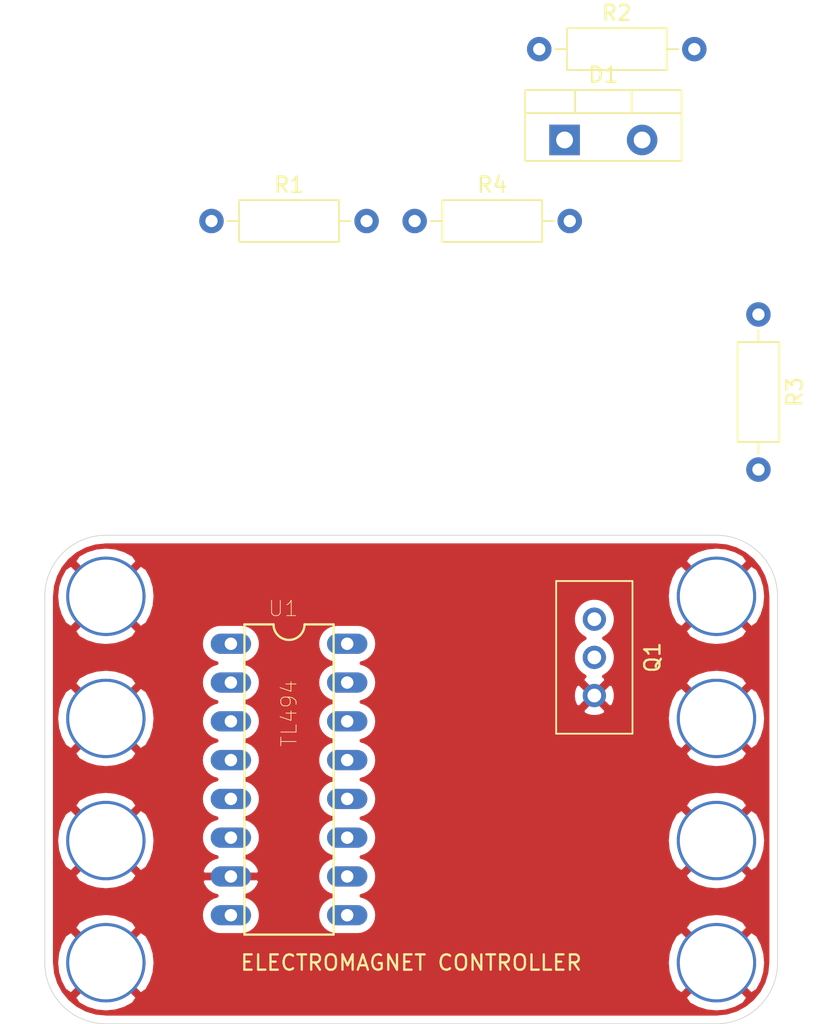
<source format=kicad_pcb>
(kicad_pcb (version 20171130) (host pcbnew "(5.1.4)-1")

  (general
    (thickness 1.6)
    (drawings 9)
    (tracks 0)
    (zones 0)
    (modules 15)
    (nets 22)
  )

  (page A4)
  (layers
    (0 F.Cu signal)
    (31 B.Cu signal)
    (32 B.Adhes user)
    (33 F.Adhes user)
    (34 B.Paste user)
    (35 F.Paste user)
    (36 B.SilkS user)
    (37 F.SilkS user)
    (38 B.Mask user)
    (39 F.Mask user)
    (40 Dwgs.User user)
    (41 Cmts.User user)
    (42 Eco1.User user)
    (43 Eco2.User user)
    (44 Edge.Cuts user)
    (45 Margin user)
    (46 B.CrtYd user)
    (47 F.CrtYd user)
    (48 B.Fab user)
    (49 F.Fab user)
  )

  (setup
    (last_trace_width 0.25)
    (trace_clearance 0.2)
    (zone_clearance 0.508)
    (zone_45_only no)
    (trace_min 0.2)
    (via_size 0.8)
    (via_drill 0.4)
    (via_min_size 0.4)
    (via_min_drill 0.3)
    (uvia_size 0.3)
    (uvia_drill 0.1)
    (uvias_allowed no)
    (uvia_min_size 0.2)
    (uvia_min_drill 0.1)
    (edge_width 0.05)
    (segment_width 0.2)
    (pcb_text_width 0.3)
    (pcb_text_size 1.5 1.5)
    (mod_edge_width 0.12)
    (mod_text_size 1 1)
    (mod_text_width 0.15)
    (pad_size 1.524 1.524)
    (pad_drill 0.762)
    (pad_to_mask_clearance 0.051)
    (solder_mask_min_width 0.25)
    (aux_axis_origin 0 0)
    (visible_elements FFFFFF7F)
    (pcbplotparams
      (layerselection 0x010fc_ffffffff)
      (usegerberextensions false)
      (usegerberattributes false)
      (usegerberadvancedattributes false)
      (creategerberjobfile false)
      (excludeedgelayer true)
      (linewidth 0.100000)
      (plotframeref false)
      (viasonmask false)
      (mode 1)
      (useauxorigin false)
      (hpglpennumber 1)
      (hpglpenspeed 20)
      (hpglpendiameter 15.000000)
      (psnegative false)
      (psa4output false)
      (plotreference true)
      (plotvalue true)
      (plotinvisibletext false)
      (padsonsilk false)
      (subtractmaskfromsilk false)
      (outputformat 1)
      (mirror false)
      (drillshape 1)
      (scaleselection 1)
      (outputdirectory ""))
  )

  (net 0 "")
  (net 1 /R_SENSE_L)
  (net 2 "Net-(D1-Pad1)")
  (net 3 "Net-(Q1-Pad1)")
  (net 4 GND)
  (net 5 "Net-(R1-Pad1)")
  (net 6 "Net-(JP1-Pad2)")
  (net 7 /R_SENSE_H)
  (net 8 "Net-(U1-Pad16)")
  (net 9 "Net-(U1-Pad15)")
  (net 10 "Net-(U1-Pad14)")
  (net 11 "Net-(U1-Pad13)")
  (net 12 VCC)
  (net 13 "Net-(U1-Pad11)")
  (net 14 "Net-(U1-Pad10)")
  (net 15 "Net-(JP1-Pad1)")
  (net 16 "Net-(C1-Pad1)")
  (net 17 "Net-(U1-Pad4)")
  (net 18 "Net-(U1-Pad3)")
  (net 19 "Net-(U1-Pad8)")
  (net 20 /ANLG_L)
  (net 21 /ANLG_H)

  (net_class Default "This is the default net class."
    (clearance 0.2)
    (trace_width 0.25)
    (via_dia 0.8)
    (via_drill 0.4)
    (uvia_dia 0.3)
    (uvia_drill 0.1)
    (add_net /ANLG_H)
    (add_net /ANLG_L)
    (add_net /R_SENSE_H)
    (add_net /R_SENSE_L)
    (add_net GND)
    (add_net "Net-(C1-Pad1)")
    (add_net "Net-(D1-Pad1)")
    (add_net "Net-(JP1-Pad1)")
    (add_net "Net-(JP1-Pad2)")
    (add_net "Net-(Q1-Pad1)")
    (add_net "Net-(R1-Pad1)")
    (add_net "Net-(U1-Pad10)")
    (add_net "Net-(U1-Pad11)")
    (add_net "Net-(U1-Pad13)")
    (add_net "Net-(U1-Pad14)")
    (add_net "Net-(U1-Pad15)")
    (add_net "Net-(U1-Pad16)")
    (add_net "Net-(U1-Pad3)")
    (add_net "Net-(U1-Pad4)")
    (add_net "Net-(U1-Pad8)")
    (add_net VCC)
  )

  (module ElectromagnetLegoLib:LEGO_CONNECTOR_PAD (layer F.Cu) (tedit 5DC35102) (tstamp 5DC39F4A)
    (at 40 0)
    (path /5DC6F8D1)
    (fp_text reference H8 (at 0 0.5) (layer F.SilkS)
      (effects (font (size 1 1) (thickness 0.15)))
    )
    (fp_text value MountingHole_Pad (at 0 -0.5) (layer F.Fab)
      (effects (font (size 1 1) (thickness 0.15)))
    )
    (pad 1 thru_hole circle (at 0 0) (size 5.2 5.2) (drill 4.8) (layers *.Cu *.Mask)
      (net 4 GND))
  )

  (module ElectromagnetLegoLib:LEGO_CONNECTOR_PAD (layer F.Cu) (tedit 5DC35102) (tstamp 5DC39F45)
    (at 40 -8)
    (path /5DC6F8CB)
    (fp_text reference H7 (at 0 0.5) (layer F.SilkS)
      (effects (font (size 1 1) (thickness 0.15)))
    )
    (fp_text value MountingHole_Pad (at 0 -0.5) (layer F.Fab)
      (effects (font (size 1 1) (thickness 0.15)))
    )
    (pad 1 thru_hole circle (at 0 0) (size 5.2 5.2) (drill 4.8) (layers *.Cu *.Mask)
      (net 4 GND))
  )

  (module ElectromagnetLegoLib:LEGO_CONNECTOR_PAD (layer F.Cu) (tedit 5DC35102) (tstamp 5DC39F40)
    (at 40 -24)
    (path /5DC6F08D)
    (fp_text reference H6 (at 0 0.5) (layer F.SilkS)
      (effects (font (size 1 1) (thickness 0.15)))
    )
    (fp_text value MountingHole_Pad (at 0 -0.5) (layer F.Fab)
      (effects (font (size 1 1) (thickness 0.15)))
    )
    (pad 1 thru_hole circle (at 0 0) (size 5.2 5.2) (drill 4.8) (layers *.Cu *.Mask)
      (net 4 GND))
  )

  (module ElectromagnetLegoLib:LEGO_CONNECTOR_PAD (layer F.Cu) (tedit 5DC35102) (tstamp 5DC39F3B)
    (at 40 -16)
    (path /5DC6F087)
    (fp_text reference H5 (at 0 0.5) (layer F.SilkS)
      (effects (font (size 1 1) (thickness 0.15)))
    )
    (fp_text value MountingHole_Pad (at 0 -0.5) (layer F.Fab)
      (effects (font (size 1 1) (thickness 0.15)))
    )
    (pad 1 thru_hole circle (at 0 0) (size 5.2 5.2) (drill 4.8) (layers *.Cu *.Mask)
      (net 4 GND))
  )

  (module ElectromagnetLegoLib:LEGO_CONNECTOR_PAD (layer F.Cu) (tedit 5DC35102) (tstamp 5DC39F36)
    (at 0 0)
    (path /5DC6E897)
    (fp_text reference H4 (at 0 0.5) (layer F.SilkS)
      (effects (font (size 1 1) (thickness 0.15)))
    )
    (fp_text value MountingHole_Pad (at 0 -0.5) (layer F.Fab)
      (effects (font (size 1 1) (thickness 0.15)))
    )
    (pad 1 thru_hole circle (at 0 0) (size 5.2 5.2) (drill 4.8) (layers *.Cu *.Mask)
      (net 4 GND))
  )

  (module ElectromagnetLegoLib:LEGO_CONNECTOR_PAD (layer F.Cu) (tedit 5DC35102) (tstamp 5DC39F31)
    (at 0 -8)
    (path /5DC6E891)
    (fp_text reference H3 (at 0 0.5) (layer F.SilkS)
      (effects (font (size 1 1) (thickness 0.15)))
    )
    (fp_text value MountingHole_Pad (at 0 -0.5) (layer F.Fab)
      (effects (font (size 1 1) (thickness 0.15)))
    )
    (pad 1 thru_hole circle (at 0 0) (size 5.2 5.2) (drill 4.8) (layers *.Cu *.Mask)
      (net 4 GND))
  )

  (module ElectromagnetLegoLib:LEGO_CONNECTOR_PAD (layer F.Cu) (tedit 5DC35102) (tstamp 5DC39F2C)
    (at 0 -16)
    (path /5DC6DFA4)
    (fp_text reference H2 (at 0 0.5) (layer F.SilkS)
      (effects (font (size 1 1) (thickness 0.15)))
    )
    (fp_text value MountingHole_Pad (at 0 -0.5) (layer F.Fab)
      (effects (font (size 1 1) (thickness 0.15)))
    )
    (pad 1 thru_hole circle (at 0 0) (size 5.2 5.2) (drill 4.8) (layers *.Cu *.Mask)
      (net 4 GND))
  )

  (module ElectromagnetLegoLib:LEGO_CONNECTOR_PAD (layer F.Cu) (tedit 5DC35102) (tstamp 5DC39F27)
    (at 0 -24)
    (path /5DC61DD3)
    (fp_text reference H1 (at 0 0.5) (layer F.SilkS)
      (effects (font (size 1 1) (thickness 0.15)))
    )
    (fp_text value MountingHole_Pad (at 0 -0.5) (layer F.Fab)
      (effects (font (size 1 1) (thickness 0.15)))
    )
    (pad 1 thru_hole circle (at 0 0) (size 5.2 5.2) (drill 4.8) (layers *.Cu *.Mask)
      (net 4 GND))
  )

  (module ElectromagnetLegoLib:TL494 (layer F.Cu) (tedit 0) (tstamp 5DC399F3)
    (at 12 -12 270)
    (descr "<b>Dual In Line Package</b>")
    (path /5DC4068A)
    (fp_text reference U1 (at -11.196 0.38168) (layer F.SilkS)
      (effects (font (size 1.0018 1.0018) (thickness 0.05)))
    )
    (fp_text value TL494 (at -4.3253 0.000002 90) (layer F.SilkS)
      (effects (font (size 1.00169 1.00169) (thickness 0.05)))
    )
    (fp_arc (start -10.16 0) (end -10.16 1.016) (angle -180) (layer F.SilkS) (width 0.1524))
    (fp_line (start -10.16 2.921) (end -10.16 1.016) (layer F.SilkS) (width 0.1524))
    (fp_line (start -10.16 -2.921) (end -10.16 -1.016) (layer F.SilkS) (width 0.1524))
    (fp_line (start 10.16 -2.921) (end 10.16 2.921) (layer F.SilkS) (width 0.1524))
    (fp_line (start -10.16 2.921) (end 10.16 2.921) (layer F.SilkS) (width 0.1524))
    (fp_line (start 10.16 -2.921) (end -10.16 -2.921) (layer F.SilkS) (width 0.1524))
    (pad 16 thru_hole oval (at -8.89 -3.81) (size 2.6416 1.3208) (drill 0.8128) (layers *.Cu *.Mask)
      (net 8 "Net-(U1-Pad16)"))
    (pad 15 thru_hole oval (at -6.35 -3.81) (size 2.6416 1.3208) (drill 0.8128) (layers *.Cu *.Mask)
      (net 9 "Net-(U1-Pad15)"))
    (pad 14 thru_hole oval (at -3.81 -3.81) (size 2.6416 1.3208) (drill 0.8128) (layers *.Cu *.Mask)
      (net 10 "Net-(U1-Pad14)"))
    (pad 13 thru_hole oval (at -1.27 -3.81) (size 2.6416 1.3208) (drill 0.8128) (layers *.Cu *.Mask)
      (net 11 "Net-(U1-Pad13)"))
    (pad 12 thru_hole oval (at 1.27 -3.81) (size 2.6416 1.3208) (drill 0.8128) (layers *.Cu *.Mask)
      (net 12 VCC))
    (pad 11 thru_hole oval (at 3.81 -3.81) (size 2.6416 1.3208) (drill 0.8128) (layers *.Cu *.Mask)
      (net 13 "Net-(U1-Pad11)"))
    (pad 10 thru_hole oval (at 6.35 -3.81) (size 2.6416 1.3208) (drill 0.8128) (layers *.Cu *.Mask)
      (net 14 "Net-(U1-Pad10)"))
    (pad 9 thru_hole oval (at 8.89 -3.81) (size 2.6416 1.3208) (drill 0.8128) (layers *.Cu *.Mask)
      (net 15 "Net-(JP1-Pad1)"))
    (pad 5 thru_hole oval (at 1.27 3.81) (size 2.6416 1.3208) (drill 0.8128) (layers *.Cu *.Mask)
      (net 16 "Net-(C1-Pad1)"))
    (pad 6 thru_hole oval (at 3.81 3.81) (size 2.6416 1.3208) (drill 0.8128) (layers *.Cu *.Mask)
      (net 5 "Net-(R1-Pad1)"))
    (pad 4 thru_hole oval (at -1.27 3.81) (size 2.6416 1.3208) (drill 0.8128) (layers *.Cu *.Mask)
      (net 17 "Net-(U1-Pad4)"))
    (pad 3 thru_hole oval (at -3.81 3.81) (size 2.6416 1.3208) (drill 0.8128) (layers *.Cu *.Mask)
      (net 18 "Net-(U1-Pad3)"))
    (pad 8 thru_hole oval (at 8.89 3.81) (size 2.6416 1.3208) (drill 0.8128) (layers *.Cu *.Mask)
      (net 19 "Net-(U1-Pad8)"))
    (pad 7 thru_hole oval (at 6.35 3.81) (size 2.6416 1.3208) (drill 0.8128) (layers *.Cu *.Mask)
      (net 4 GND))
    (pad 2 thru_hole oval (at -6.35 3.81) (size 2.6416 1.3208) (drill 0.8128) (layers *.Cu *.Mask)
      (net 20 /ANLG_L))
    (pad 1 thru_hole oval (at -8.89 3.81) (size 2.6416 1.3208) (drill 0.8128) (layers *.Cu *.Mask)
      (net 21 /ANLG_H))
  )

  (module Resistor_THT:R_Axial_DIN0207_L6.3mm_D2.5mm_P10.16mm_Horizontal (layer F.Cu) (tedit 5AE5139B) (tstamp 5DC399D9)
    (at 20.23 -48.58)
    (descr "Resistor, Axial_DIN0207 series, Axial, Horizontal, pin pitch=10.16mm, 0.25W = 1/4W, length*diameter=6.3*2.5mm^2, http://cdn-reichelt.de/documents/datenblatt/B400/1_4W%23YAG.pdf")
    (tags "Resistor Axial_DIN0207 series Axial Horizontal pin pitch 10.16mm 0.25W = 1/4W length 6.3mm diameter 2.5mm")
    (path /5DC4CE1B)
    (fp_text reference R4 (at 5.08 -2.37) (layer F.SilkS)
      (effects (font (size 1 1) (thickness 0.15)))
    )
    (fp_text value R (at 5.08 2.37) (layer F.Fab)
      (effects (font (size 1 1) (thickness 0.15)))
    )
    (fp_text user %R (at 5.08 0) (layer F.Fab)
      (effects (font (size 1 1) (thickness 0.15)))
    )
    (fp_line (start 11.21 -1.5) (end -1.05 -1.5) (layer F.CrtYd) (width 0.05))
    (fp_line (start 11.21 1.5) (end 11.21 -1.5) (layer F.CrtYd) (width 0.05))
    (fp_line (start -1.05 1.5) (end 11.21 1.5) (layer F.CrtYd) (width 0.05))
    (fp_line (start -1.05 -1.5) (end -1.05 1.5) (layer F.CrtYd) (width 0.05))
    (fp_line (start 9.12 0) (end 8.35 0) (layer F.SilkS) (width 0.12))
    (fp_line (start 1.04 0) (end 1.81 0) (layer F.SilkS) (width 0.12))
    (fp_line (start 8.35 -1.37) (end 1.81 -1.37) (layer F.SilkS) (width 0.12))
    (fp_line (start 8.35 1.37) (end 8.35 -1.37) (layer F.SilkS) (width 0.12))
    (fp_line (start 1.81 1.37) (end 8.35 1.37) (layer F.SilkS) (width 0.12))
    (fp_line (start 1.81 -1.37) (end 1.81 1.37) (layer F.SilkS) (width 0.12))
    (fp_line (start 10.16 0) (end 8.23 0) (layer F.Fab) (width 0.1))
    (fp_line (start 0 0) (end 1.93 0) (layer F.Fab) (width 0.1))
    (fp_line (start 8.23 -1.25) (end 1.93 -1.25) (layer F.Fab) (width 0.1))
    (fp_line (start 8.23 1.25) (end 8.23 -1.25) (layer F.Fab) (width 0.1))
    (fp_line (start 1.93 1.25) (end 8.23 1.25) (layer F.Fab) (width 0.1))
    (fp_line (start 1.93 -1.25) (end 1.93 1.25) (layer F.Fab) (width 0.1))
    (pad 2 thru_hole oval (at 10.16 0) (size 1.6 1.6) (drill 0.8) (layers *.Cu *.Mask)
      (net 7 /R_SENSE_H))
    (pad 1 thru_hole circle (at 0 0) (size 1.6 1.6) (drill 0.8) (layers *.Cu *.Mask)
      (net 1 /R_SENSE_L))
    (model ${KISYS3DMOD}/Resistor_THT.3dshapes/R_Axial_DIN0207_L6.3mm_D2.5mm_P10.16mm_Horizontal.wrl
      (at (xyz 0 0 0))
      (scale (xyz 1 1 1))
      (rotate (xyz 0 0 0))
    )
  )

  (module Resistor_THT:R_Axial_DIN0207_L6.3mm_D2.5mm_P10.16mm_Horizontal (layer F.Cu) (tedit 5AE5139B) (tstamp 5DC399C2)
    (at 42.75 -42.46 270)
    (descr "Resistor, Axial_DIN0207 series, Axial, Horizontal, pin pitch=10.16mm, 0.25W = 1/4W, length*diameter=6.3*2.5mm^2, http://cdn-reichelt.de/documents/datenblatt/B400/1_4W%23YAG.pdf")
    (tags "Resistor Axial_DIN0207 series Axial Horizontal pin pitch 10.16mm 0.25W = 1/4W length 6.3mm diameter 2.5mm")
    (path /5DC399F7)
    (fp_text reference R3 (at 5.08 -2.37 90) (layer F.SilkS)
      (effects (font (size 1 1) (thickness 0.15)))
    )
    (fp_text value R (at 5.08 2.37 90) (layer F.Fab)
      (effects (font (size 1 1) (thickness 0.15)))
    )
    (fp_text user %R (at 5.08 0 90) (layer F.Fab)
      (effects (font (size 1 1) (thickness 0.15)))
    )
    (fp_line (start 11.21 -1.5) (end -1.05 -1.5) (layer F.CrtYd) (width 0.05))
    (fp_line (start 11.21 1.5) (end 11.21 -1.5) (layer F.CrtYd) (width 0.05))
    (fp_line (start -1.05 1.5) (end 11.21 1.5) (layer F.CrtYd) (width 0.05))
    (fp_line (start -1.05 -1.5) (end -1.05 1.5) (layer F.CrtYd) (width 0.05))
    (fp_line (start 9.12 0) (end 8.35 0) (layer F.SilkS) (width 0.12))
    (fp_line (start 1.04 0) (end 1.81 0) (layer F.SilkS) (width 0.12))
    (fp_line (start 8.35 -1.37) (end 1.81 -1.37) (layer F.SilkS) (width 0.12))
    (fp_line (start 8.35 1.37) (end 8.35 -1.37) (layer F.SilkS) (width 0.12))
    (fp_line (start 1.81 1.37) (end 8.35 1.37) (layer F.SilkS) (width 0.12))
    (fp_line (start 1.81 -1.37) (end 1.81 1.37) (layer F.SilkS) (width 0.12))
    (fp_line (start 10.16 0) (end 8.23 0) (layer F.Fab) (width 0.1))
    (fp_line (start 0 0) (end 1.93 0) (layer F.Fab) (width 0.1))
    (fp_line (start 8.23 -1.25) (end 1.93 -1.25) (layer F.Fab) (width 0.1))
    (fp_line (start 8.23 1.25) (end 8.23 -1.25) (layer F.Fab) (width 0.1))
    (fp_line (start 1.93 1.25) (end 8.23 1.25) (layer F.Fab) (width 0.1))
    (fp_line (start 1.93 -1.25) (end 1.93 1.25) (layer F.Fab) (width 0.1))
    (pad 2 thru_hole oval (at 10.16 0 270) (size 1.6 1.6) (drill 0.8) (layers *.Cu *.Mask)
      (net 6 "Net-(JP1-Pad2)"))
    (pad 1 thru_hole circle (at 0 0 270) (size 1.6 1.6) (drill 0.8) (layers *.Cu *.Mask)
      (net 3 "Net-(Q1-Pad1)"))
    (model ${KISYS3DMOD}/Resistor_THT.3dshapes/R_Axial_DIN0207_L6.3mm_D2.5mm_P10.16mm_Horizontal.wrl
      (at (xyz 0 0 0))
      (scale (xyz 1 1 1))
      (rotate (xyz 0 0 0))
    )
  )

  (module Resistor_THT:R_Axial_DIN0207_L6.3mm_D2.5mm_P10.16mm_Horizontal (layer F.Cu) (tedit 5AE5139B) (tstamp 5DC399AB)
    (at 28.39 -59.84)
    (descr "Resistor, Axial_DIN0207 series, Axial, Horizontal, pin pitch=10.16mm, 0.25W = 1/4W, length*diameter=6.3*2.5mm^2, http://cdn-reichelt.de/documents/datenblatt/B400/1_4W%23YAG.pdf")
    (tags "Resistor Axial_DIN0207 series Axial Horizontal pin pitch 10.16mm 0.25W = 1/4W length 6.3mm diameter 2.5mm")
    (path /5DC3A4F8)
    (fp_text reference R2 (at 5.08 -2.37) (layer F.SilkS)
      (effects (font (size 1 1) (thickness 0.15)))
    )
    (fp_text value R (at 5.08 2.37) (layer F.Fab)
      (effects (font (size 1 1) (thickness 0.15)))
    )
    (fp_text user %R (at 5.08 0) (layer F.Fab)
      (effects (font (size 1 1) (thickness 0.15)))
    )
    (fp_line (start 11.21 -1.5) (end -1.05 -1.5) (layer F.CrtYd) (width 0.05))
    (fp_line (start 11.21 1.5) (end 11.21 -1.5) (layer F.CrtYd) (width 0.05))
    (fp_line (start -1.05 1.5) (end 11.21 1.5) (layer F.CrtYd) (width 0.05))
    (fp_line (start -1.05 -1.5) (end -1.05 1.5) (layer F.CrtYd) (width 0.05))
    (fp_line (start 9.12 0) (end 8.35 0) (layer F.SilkS) (width 0.12))
    (fp_line (start 1.04 0) (end 1.81 0) (layer F.SilkS) (width 0.12))
    (fp_line (start 8.35 -1.37) (end 1.81 -1.37) (layer F.SilkS) (width 0.12))
    (fp_line (start 8.35 1.37) (end 8.35 -1.37) (layer F.SilkS) (width 0.12))
    (fp_line (start 1.81 1.37) (end 8.35 1.37) (layer F.SilkS) (width 0.12))
    (fp_line (start 1.81 -1.37) (end 1.81 1.37) (layer F.SilkS) (width 0.12))
    (fp_line (start 10.16 0) (end 8.23 0) (layer F.Fab) (width 0.1))
    (fp_line (start 0 0) (end 1.93 0) (layer F.Fab) (width 0.1))
    (fp_line (start 8.23 -1.25) (end 1.93 -1.25) (layer F.Fab) (width 0.1))
    (fp_line (start 8.23 1.25) (end 8.23 -1.25) (layer F.Fab) (width 0.1))
    (fp_line (start 1.93 1.25) (end 8.23 1.25) (layer F.Fab) (width 0.1))
    (fp_line (start 1.93 -1.25) (end 1.93 1.25) (layer F.Fab) (width 0.1))
    (pad 2 thru_hole oval (at 10.16 0) (size 1.6 1.6) (drill 0.8) (layers *.Cu *.Mask)
      (net 4 GND))
    (pad 1 thru_hole circle (at 0 0) (size 1.6 1.6) (drill 0.8) (layers *.Cu *.Mask)
      (net 6 "Net-(JP1-Pad2)"))
    (model ${KISYS3DMOD}/Resistor_THT.3dshapes/R_Axial_DIN0207_L6.3mm_D2.5mm_P10.16mm_Horizontal.wrl
      (at (xyz 0 0 0))
      (scale (xyz 1 1 1))
      (rotate (xyz 0 0 0))
    )
  )

  (module Resistor_THT:R_Axial_DIN0207_L6.3mm_D2.5mm_P10.16mm_Horizontal (layer F.Cu) (tedit 5AE5139B) (tstamp 5DC39994)
    (at 6.92 -48.58)
    (descr "Resistor, Axial_DIN0207 series, Axial, Horizontal, pin pitch=10.16mm, 0.25W = 1/4W, length*diameter=6.3*2.5mm^2, http://cdn-reichelt.de/documents/datenblatt/B400/1_4W%23YAG.pdf")
    (tags "Resistor Axial_DIN0207 series Axial Horizontal pin pitch 10.16mm 0.25W = 1/4W length 6.3mm diameter 2.5mm")
    (path /5DC4A5D5)
    (fp_text reference R1 (at 5.08 -2.37) (layer F.SilkS)
      (effects (font (size 1 1) (thickness 0.15)))
    )
    (fp_text value R (at 5.08 2.37) (layer F.Fab)
      (effects (font (size 1 1) (thickness 0.15)))
    )
    (fp_text user %R (at 5.08 0) (layer F.Fab)
      (effects (font (size 1 1) (thickness 0.15)))
    )
    (fp_line (start 11.21 -1.5) (end -1.05 -1.5) (layer F.CrtYd) (width 0.05))
    (fp_line (start 11.21 1.5) (end 11.21 -1.5) (layer F.CrtYd) (width 0.05))
    (fp_line (start -1.05 1.5) (end 11.21 1.5) (layer F.CrtYd) (width 0.05))
    (fp_line (start -1.05 -1.5) (end -1.05 1.5) (layer F.CrtYd) (width 0.05))
    (fp_line (start 9.12 0) (end 8.35 0) (layer F.SilkS) (width 0.12))
    (fp_line (start 1.04 0) (end 1.81 0) (layer F.SilkS) (width 0.12))
    (fp_line (start 8.35 -1.37) (end 1.81 -1.37) (layer F.SilkS) (width 0.12))
    (fp_line (start 8.35 1.37) (end 8.35 -1.37) (layer F.SilkS) (width 0.12))
    (fp_line (start 1.81 1.37) (end 8.35 1.37) (layer F.SilkS) (width 0.12))
    (fp_line (start 1.81 -1.37) (end 1.81 1.37) (layer F.SilkS) (width 0.12))
    (fp_line (start 10.16 0) (end 8.23 0) (layer F.Fab) (width 0.1))
    (fp_line (start 0 0) (end 1.93 0) (layer F.Fab) (width 0.1))
    (fp_line (start 8.23 -1.25) (end 1.93 -1.25) (layer F.Fab) (width 0.1))
    (fp_line (start 8.23 1.25) (end 8.23 -1.25) (layer F.Fab) (width 0.1))
    (fp_line (start 1.93 1.25) (end 8.23 1.25) (layer F.Fab) (width 0.1))
    (fp_line (start 1.93 -1.25) (end 1.93 1.25) (layer F.Fab) (width 0.1))
    (pad 2 thru_hole oval (at 10.16 0) (size 1.6 1.6) (drill 0.8) (layers *.Cu *.Mask)
      (net 4 GND))
    (pad 1 thru_hole circle (at 0 0) (size 1.6 1.6) (drill 0.8) (layers *.Cu *.Mask)
      (net 5 "Net-(R1-Pad1)"))
    (model ${KISYS3DMOD}/Resistor_THT.3dshapes/R_Axial_DIN0207_L6.3mm_D2.5mm_P10.16mm_Horizontal.wrl
      (at (xyz 0 0 0))
      (scale (xyz 1 1 1))
      (rotate (xyz 0 0 0))
    )
  )

  (module ElectromagnetLegoLib:IPP052NE7N3 (layer F.Cu) (tedit 5DC33CF9) (tstamp 5DC3997D)
    (at 32 -20 270)
    (path /5DC379C9)
    (fp_text reference Q1 (at 0 -3.81 90) (layer F.SilkS)
      (effects (font (size 1 1) (thickness 0.15)))
    )
    (fp_text value IPP052NE7N3 (at 0 3.81 90) (layer F.Fab)
      (effects (font (size 1 1) (thickness 0.15)))
    )
    (fp_line (start -5 -2.5) (end -5 2.5) (layer F.SilkS) (width 0.12))
    (fp_line (start -5 2.5) (end 5 2.5) (layer F.SilkS) (width 0.12))
    (fp_line (start 5 2.5) (end 5 -2.5) (layer F.SilkS) (width 0.12))
    (fp_line (start 5 -2.5) (end -5 -2.5) (layer F.SilkS) (width 0.12))
    (pad 1 thru_hole circle (at -2.5 0 270) (size 1.524 1.524) (drill 0.9) (layers *.Cu *.Mask)
      (net 3 "Net-(Q1-Pad1)"))
    (pad 2 thru_hole circle (at 0 0 270) (size 1.524 1.524) (drill 0.9) (layers *.Cu *.Mask)
      (net 1 /R_SENSE_L))
    (pad 3 thru_hole circle (at 2.5 0 270) (size 1.524 1.524) (drill 0.9) (layers *.Cu *.Mask)
      (net 4 GND))
  )

  (module Package_TO_SOT_THT:TO-220-2_Vertical (layer F.Cu) (tedit 5AC8BA0D) (tstamp 5DC39972)
    (at 30.05 -53.89)
    (descr "TO-220-2, Vertical, RM 5.08mm, see https://www.centralsemi.com/PDFS/CASE/TO-220-2PD.PDF")
    (tags "TO-220-2 Vertical RM 5.08mm")
    (path /5DC3BF32)
    (fp_text reference D1 (at 2.54 -4.27) (layer F.SilkS)
      (effects (font (size 1 1) (thickness 0.15)))
    )
    (fp_text value MBR735 (at 2.54 2.5) (layer F.Fab)
      (effects (font (size 1 1) (thickness 0.15)))
    )
    (fp_text user %R (at 2.54 -4.27) (layer F.Fab)
      (effects (font (size 1 1) (thickness 0.15)))
    )
    (fp_line (start 7.79 -3.4) (end -2.71 -3.4) (layer F.CrtYd) (width 0.05))
    (fp_line (start 7.79 1.51) (end 7.79 -3.4) (layer F.CrtYd) (width 0.05))
    (fp_line (start -2.71 1.51) (end 7.79 1.51) (layer F.CrtYd) (width 0.05))
    (fp_line (start -2.71 -3.4) (end -2.71 1.51) (layer F.CrtYd) (width 0.05))
    (fp_line (start 4.391 -3.27) (end 4.391 -1.76) (layer F.SilkS) (width 0.12))
    (fp_line (start 0.69 -3.27) (end 0.69 -1.76) (layer F.SilkS) (width 0.12))
    (fp_line (start -2.58 -1.76) (end 7.66 -1.76) (layer F.SilkS) (width 0.12))
    (fp_line (start 7.66 -3.27) (end 7.66 1.371) (layer F.SilkS) (width 0.12))
    (fp_line (start -2.58 -3.27) (end -2.58 1.371) (layer F.SilkS) (width 0.12))
    (fp_line (start -2.58 1.371) (end 7.66 1.371) (layer F.SilkS) (width 0.12))
    (fp_line (start -2.58 -3.27) (end 7.66 -3.27) (layer F.SilkS) (width 0.12))
    (fp_line (start 4.39 -3.15) (end 4.39 -1.88) (layer F.Fab) (width 0.1))
    (fp_line (start 0.69 -3.15) (end 0.69 -1.88) (layer F.Fab) (width 0.1))
    (fp_line (start -2.46 -1.88) (end 7.54 -1.88) (layer F.Fab) (width 0.1))
    (fp_line (start 7.54 -3.15) (end -2.46 -3.15) (layer F.Fab) (width 0.1))
    (fp_line (start 7.54 1.25) (end 7.54 -3.15) (layer F.Fab) (width 0.1))
    (fp_line (start -2.46 1.25) (end 7.54 1.25) (layer F.Fab) (width 0.1))
    (fp_line (start -2.46 -3.15) (end -2.46 1.25) (layer F.Fab) (width 0.1))
    (pad 2 thru_hole oval (at 5.08 0) (size 2 2) (drill 1.1) (layers *.Cu *.Mask)
      (net 1 /R_SENSE_L))
    (pad 1 thru_hole rect (at 0 0) (size 2 2) (drill 1.1) (layers *.Cu *.Mask)
      (net 2 "Net-(D1-Pad1)"))
    (model ${KISYS3DMOD}/Package_TO_SOT_THT.3dshapes/TO-220-2_Vertical.wrl
      (at (xyz 0 0 0))
      (scale (xyz 1 1 1))
      (rotate (xyz 0 0 0))
    )
  )

  (gr_text "ELECTROMAGNET CONTROLLER" (at 20 0) (layer F.SilkS)
    (effects (font (size 1 1) (thickness 0.15)))
  )
  (gr_arc (start 40 -24) (end 44 -24) (angle -90) (layer Edge.Cuts) (width 0.05))
  (gr_arc (start 40 0) (end 40 4) (angle -90) (layer Edge.Cuts) (width 0.05))
  (gr_arc (start 0 0) (end -4 0) (angle -90) (layer Edge.Cuts) (width 0.05))
  (gr_arc (start 0 -24) (end 0 -28) (angle -90) (layer Edge.Cuts) (width 0.05))
  (gr_line (start -4 0) (end -4 -24) (layer Edge.Cuts) (width 0.05))
  (gr_line (start 40 4) (end 0 4) (layer Edge.Cuts) (width 0.05))
  (gr_line (start 44 -24) (end 44 0) (layer Edge.Cuts) (width 0.05))
  (gr_line (start 0 -28) (end 40 -28) (layer Edge.Cuts) (width 0.05))

  (zone (net 4) (net_name GND) (layer F.Cu) (tstamp 0) (hatch edge 0.508)
    (connect_pads (clearance 0.508))
    (min_thickness 0.254)
    (fill yes (arc_segments 32) (thermal_gap 0.508) (thermal_bridge_width 0.508))
    (polygon
      (pts
        (xy -4 -28) (xy -4 4) (xy 44 4) (xy 44 -28)
      )
    )
    (filled_polygon
      (pts
        (xy 40.648126 -27.273286) (xy 41.271572 -27.085057) (xy 41.846579 -26.779319) (xy 42.351247 -26.367721) (xy 42.766362 -25.865933)
        (xy 43.076105 -25.293076) (xy 43.268682 -24.670961) (xy 43.34 -23.992416) (xy 43.340001 -0.032289) (xy 43.273286 0.648126)
        (xy 43.085057 1.27157) (xy 42.779323 1.846573) (xy 42.367721 2.351248) (xy 41.865933 2.766362) (xy 41.293077 3.076104)
        (xy 40.670961 3.268682) (xy 39.992417 3.34) (xy 0.032279 3.34) (xy -0.648126 3.273286) (xy -1.27157 3.085057)
        (xy -1.846573 2.779323) (xy -2.351248 2.367721) (xy -2.428562 2.274263) (xy -2.094658 2.274263) (xy -1.806482 2.702474)
        (xy -1.244545 3.002974) (xy -0.63478 3.188071) (xy -0.000622 3.250653) (xy 0.633561 3.188314) (xy 1.243397 3.003449)
        (xy 1.805449 2.703164) (xy 1.806482 2.702474) (xy 2.094658 2.274263) (xy 37.905342 2.274263) (xy 38.193518 2.702474)
        (xy 38.755455 3.002974) (xy 39.36522 3.188071) (xy 39.999378 3.250653) (xy 40.633561 3.188314) (xy 41.243397 3.003449)
        (xy 41.805449 2.703164) (xy 41.806482 2.702474) (xy 42.094658 2.274263) (xy 40 0.179605) (xy 37.905342 2.274263)
        (xy 2.094658 2.274263) (xy 0 0.179605) (xy -2.094658 2.274263) (xy -2.428562 2.274263) (xy -2.766362 1.865933)
        (xy -3.076104 1.293077) (xy -3.268682 0.670961) (xy -3.339268 -0.000622) (xy -3.250653 -0.000622) (xy -3.188314 0.633561)
        (xy -3.003449 1.243397) (xy -2.703164 1.805449) (xy -2.702474 1.806482) (xy -2.274263 2.094658) (xy -0.179605 0)
        (xy 0.179605 0) (xy 2.274263 2.094658) (xy 2.702474 1.806482) (xy 3.002974 1.244545) (xy 3.188071 0.63478)
        (xy 3.250653 0.000622) (xy 3.250531 -0.000622) (xy 36.749347 -0.000622) (xy 36.811686 0.633561) (xy 36.996551 1.243397)
        (xy 37.296836 1.805449) (xy 37.297526 1.806482) (xy 37.725737 2.094658) (xy 39.820395 0) (xy 40.179605 0)
        (xy 42.274263 2.094658) (xy 42.702474 1.806482) (xy 43.002974 1.244545) (xy 43.188071 0.63478) (xy 43.250653 0.000622)
        (xy 43.188314 -0.633561) (xy 43.003449 -1.243397) (xy 42.703164 -1.805449) (xy 42.702474 -1.806482) (xy 42.274263 -2.094658)
        (xy 40.179605 0) (xy 39.820395 0) (xy 37.725737 -2.094658) (xy 37.297526 -1.806482) (xy 36.997026 -1.244545)
        (xy 36.811929 -0.63478) (xy 36.749347 -0.000622) (xy 3.250531 -0.000622) (xy 3.188314 -0.633561) (xy 3.003449 -1.243397)
        (xy 2.703164 -1.805449) (xy 2.702474 -1.806482) (xy 2.274263 -2.094658) (xy 0.179605 0) (xy -0.179605 0)
        (xy -2.274263 -2.094658) (xy -2.702474 -1.806482) (xy -3.002974 -1.244545) (xy -3.188071 -0.63478) (xy -3.250653 -0.000622)
        (xy -3.339268 -0.000622) (xy -3.34 -0.007583) (xy -3.34 -2.274263) (xy -2.094658 -2.274263) (xy 0 -0.179605)
        (xy 2.094658 -2.274263) (xy 1.806482 -2.702474) (xy 1.244545 -3.002974) (xy 0.89197 -3.11) (xy 6.227933 -3.11)
        (xy 6.252944 -2.856057) (xy 6.327017 -2.611874) (xy 6.447303 -2.386833) (xy 6.609182 -2.189582) (xy 6.806433 -2.027703)
        (xy 7.031474 -1.907417) (xy 7.275657 -1.833344) (xy 7.46597 -1.8146) (xy 8.91403 -1.8146) (xy 9.104343 -1.833344)
        (xy 9.348526 -1.907417) (xy 9.573567 -2.027703) (xy 9.770818 -2.189582) (xy 9.932697 -2.386833) (xy 10.052983 -2.611874)
        (xy 10.127056 -2.856057) (xy 10.152067 -3.11) (xy 10.127056 -3.363943) (xy 10.052983 -3.608126) (xy 9.932697 -3.833167)
        (xy 9.770818 -4.030418) (xy 9.573567 -4.192297) (xy 9.348526 -4.312583) (xy 9.118023 -4.382506) (xy 9.22768 -4.404267)
        (xy 9.463461 -4.501807) (xy 9.675683 -4.643471) (xy 9.856189 -4.823816) (xy 9.998044 -5.035911) (xy 10.095795 -5.271605)
        (xy 10.10382 -5.322895) (xy 9.979933 -5.523) (xy 8.317 -5.523) (xy 8.317 -5.503) (xy 8.063 -5.503)
        (xy 8.063 -5.523) (xy 6.400067 -5.523) (xy 6.27618 -5.322895) (xy 6.284205 -5.271605) (xy 6.381956 -5.035911)
        (xy 6.523811 -4.823816) (xy 6.704317 -4.643471) (xy 6.916539 -4.501807) (xy 7.15232 -4.404267) (xy 7.261977 -4.382506)
        (xy 7.031474 -4.312583) (xy 6.806433 -4.192297) (xy 6.609182 -4.030418) (xy 6.447303 -3.833167) (xy 6.327017 -3.608126)
        (xy 6.252944 -3.363943) (xy 6.227933 -3.11) (xy 0.89197 -3.11) (xy 0.63478 -3.188071) (xy 0.000622 -3.250653)
        (xy -0.633561 -3.188314) (xy -1.243397 -3.003449) (xy -1.805449 -2.703164) (xy -1.806482 -2.702474) (xy -2.094658 -2.274263)
        (xy -3.34 -2.274263) (xy -3.34 -5.725737) (xy -2.094658 -5.725737) (xy -1.806482 -5.297526) (xy -1.244545 -4.997026)
        (xy -0.63478 -4.811929) (xy -0.000622 -4.749347) (xy 0.633561 -4.811686) (xy 1.243397 -4.996551) (xy 1.805449 -5.296836)
        (xy 1.806482 -5.297526) (xy 2.094658 -5.725737) (xy 0 -7.820395) (xy -2.094658 -5.725737) (xy -3.34 -5.725737)
        (xy -3.34 -8.000622) (xy -3.250653 -8.000622) (xy -3.188314 -7.366439) (xy -3.003449 -6.756603) (xy -2.703164 -6.194551)
        (xy -2.702474 -6.193518) (xy -2.274263 -5.905342) (xy -0.179605 -8) (xy 0.179605 -8) (xy 2.274263 -5.905342)
        (xy 2.702474 -6.193518) (xy 3.002974 -6.755455) (xy 3.188071 -7.36522) (xy 3.250653 -7.999378) (xy 3.188314 -8.633561)
        (xy 3.003449 -9.243397) (xy 2.703164 -9.805449) (xy 2.702474 -9.806482) (xy 2.274263 -10.094658) (xy 0.179605 -8)
        (xy -0.179605 -8) (xy -2.274263 -10.094658) (xy -2.702474 -9.806482) (xy -3.002974 -9.244545) (xy -3.188071 -8.63478)
        (xy -3.250653 -8.000622) (xy -3.34 -8.000622) (xy -3.34 -10.274263) (xy -2.094658 -10.274263) (xy 0 -8.179605)
        (xy 2.094658 -10.274263) (xy 1.806482 -10.702474) (xy 1.244545 -11.002974) (xy 0.63478 -11.188071) (xy 0.000622 -11.250653)
        (xy -0.633561 -11.188314) (xy -1.243397 -11.003449) (xy -1.805449 -10.703164) (xy -1.806482 -10.702474) (xy -2.094658 -10.274263)
        (xy -3.34 -10.274263) (xy -3.34 -13.725737) (xy -2.094658 -13.725737) (xy -1.806482 -13.297526) (xy -1.244545 -12.997026)
        (xy -0.63478 -12.811929) (xy -0.000622 -12.749347) (xy 0.633561 -12.811686) (xy 1.243397 -12.996551) (xy 1.805449 -13.296836)
        (xy 1.806482 -13.297526) (xy 2.094658 -13.725737) (xy 0 -15.820395) (xy -2.094658 -13.725737) (xy -3.34 -13.725737)
        (xy -3.34 -16.000622) (xy -3.250653 -16.000622) (xy -3.188314 -15.366439) (xy -3.003449 -14.756603) (xy -2.703164 -14.194551)
        (xy -2.702474 -14.193518) (xy -2.274263 -13.905342) (xy -0.179605 -16) (xy 0.179605 -16) (xy 2.274263 -13.905342)
        (xy 2.702474 -14.193518) (xy 3.002974 -14.755455) (xy 3.188071 -15.36522) (xy 3.250653 -15.999378) (xy 3.188314 -16.633561)
        (xy 3.003449 -17.243397) (xy 2.703164 -17.805449) (xy 2.702474 -17.806482) (xy 2.274263 -18.094658) (xy 0.179605 -16)
        (xy -0.179605 -16) (xy -2.274263 -18.094658) (xy -2.702474 -17.806482) (xy -3.002974 -17.244545) (xy -3.188071 -16.63478)
        (xy -3.250653 -16.000622) (xy -3.34 -16.000622) (xy -3.34 -18.274263) (xy -2.094658 -18.274263) (xy 0 -16.179605)
        (xy 2.094658 -18.274263) (xy 1.806482 -18.702474) (xy 1.244545 -19.002974) (xy 0.63478 -19.188071) (xy 0.000622 -19.250653)
        (xy -0.633561 -19.188314) (xy -1.243397 -19.003449) (xy -1.805449 -18.703164) (xy -1.806482 -18.702474) (xy -2.094658 -18.274263)
        (xy -3.34 -18.274263) (xy -3.34 -21.725737) (xy -2.094658 -21.725737) (xy -1.806482 -21.297526) (xy -1.244545 -20.997026)
        (xy -0.63478 -20.811929) (xy -0.000622 -20.749347) (xy 0.633561 -20.811686) (xy 0.891904 -20.89) (xy 6.227933 -20.89)
        (xy 6.252944 -20.636057) (xy 6.327017 -20.391874) (xy 6.447303 -20.166833) (xy 6.609182 -19.969582) (xy 6.806433 -19.807703)
        (xy 7.031474 -19.687417) (xy 7.253715 -19.62) (xy 7.031474 -19.552583) (xy 6.806433 -19.432297) (xy 6.609182 -19.270418)
        (xy 6.447303 -19.073167) (xy 6.327017 -18.848126) (xy 6.252944 -18.603943) (xy 6.227933 -18.35) (xy 6.252944 -18.096057)
        (xy 6.327017 -17.851874) (xy 6.447303 -17.626833) (xy 6.609182 -17.429582) (xy 6.806433 -17.267703) (xy 7.031474 -17.147417)
        (xy 7.253715 -17.08) (xy 7.031474 -17.012583) (xy 6.806433 -16.892297) (xy 6.609182 -16.730418) (xy 6.447303 -16.533167)
        (xy 6.327017 -16.308126) (xy 6.252944 -16.063943) (xy 6.227933 -15.81) (xy 6.252944 -15.556057) (xy 6.327017 -15.311874)
        (xy 6.447303 -15.086833) (xy 6.609182 -14.889582) (xy 6.806433 -14.727703) (xy 7.031474 -14.607417) (xy 7.253715 -14.54)
        (xy 7.031474 -14.472583) (xy 6.806433 -14.352297) (xy 6.609182 -14.190418) (xy 6.447303 -13.993167) (xy 6.327017 -13.768126)
        (xy 6.252944 -13.523943) (xy 6.227933 -13.27) (xy 6.252944 -13.016057) (xy 6.327017 -12.771874) (xy 6.447303 -12.546833)
        (xy 6.609182 -12.349582) (xy 6.806433 -12.187703) (xy 7.031474 -12.067417) (xy 7.253715 -12) (xy 7.031474 -11.932583)
        (xy 6.806433 -11.812297) (xy 6.609182 -11.650418) (xy 6.447303 -11.453167) (xy 6.327017 -11.228126) (xy 6.252944 -10.983943)
        (xy 6.227933 -10.73) (xy 6.252944 -10.476057) (xy 6.327017 -10.231874) (xy 6.447303 -10.006833) (xy 6.609182 -9.809582)
        (xy 6.806433 -9.647703) (xy 7.031474 -9.527417) (xy 7.253715 -9.46) (xy 7.031474 -9.392583) (xy 6.806433 -9.272297)
        (xy 6.609182 -9.110418) (xy 6.447303 -8.913167) (xy 6.327017 -8.688126) (xy 6.252944 -8.443943) (xy 6.227933 -8.19)
        (xy 6.252944 -7.936057) (xy 6.327017 -7.691874) (xy 6.447303 -7.466833) (xy 6.609182 -7.269582) (xy 6.806433 -7.107703)
        (xy 7.031474 -6.987417) (xy 7.261977 -6.917494) (xy 7.15232 -6.895733) (xy 6.916539 -6.798193) (xy 6.704317 -6.656529)
        (xy 6.523811 -6.476184) (xy 6.381956 -6.264089) (xy 6.284205 -6.028395) (xy 6.27618 -5.977105) (xy 6.400067 -5.777)
        (xy 8.063 -5.777) (xy 8.063 -5.797) (xy 8.317 -5.797) (xy 8.317 -5.777) (xy 9.979933 -5.777)
        (xy 10.10382 -5.977105) (xy 10.095795 -6.028395) (xy 9.998044 -6.264089) (xy 9.856189 -6.476184) (xy 9.675683 -6.656529)
        (xy 9.463461 -6.798193) (xy 9.22768 -6.895733) (xy 9.118023 -6.917494) (xy 9.348526 -6.987417) (xy 9.573567 -7.107703)
        (xy 9.770818 -7.269582) (xy 9.932697 -7.466833) (xy 10.052983 -7.691874) (xy 10.127056 -7.936057) (xy 10.152067 -8.19)
        (xy 10.127056 -8.443943) (xy 10.052983 -8.688126) (xy 9.932697 -8.913167) (xy 9.770818 -9.110418) (xy 9.573567 -9.272297)
        (xy 9.348526 -9.392583) (xy 9.126285 -9.46) (xy 9.348526 -9.527417) (xy 9.573567 -9.647703) (xy 9.770818 -9.809582)
        (xy 9.932697 -10.006833) (xy 10.052983 -10.231874) (xy 10.127056 -10.476057) (xy 10.152067 -10.73) (xy 10.127056 -10.983943)
        (xy 10.052983 -11.228126) (xy 9.932697 -11.453167) (xy 9.770818 -11.650418) (xy 9.573567 -11.812297) (xy 9.348526 -11.932583)
        (xy 9.126285 -12) (xy 9.348526 -12.067417) (xy 9.573567 -12.187703) (xy 9.770818 -12.349582) (xy 9.932697 -12.546833)
        (xy 10.052983 -12.771874) (xy 10.127056 -13.016057) (xy 10.152067 -13.27) (xy 10.127056 -13.523943) (xy 10.052983 -13.768126)
        (xy 9.932697 -13.993167) (xy 9.770818 -14.190418) (xy 9.573567 -14.352297) (xy 9.348526 -14.472583) (xy 9.126285 -14.54)
        (xy 9.348526 -14.607417) (xy 9.573567 -14.727703) (xy 9.770818 -14.889582) (xy 9.932697 -15.086833) (xy 10.052983 -15.311874)
        (xy 10.127056 -15.556057) (xy 10.152067 -15.81) (xy 10.127056 -16.063943) (xy 10.052983 -16.308126) (xy 9.932697 -16.533167)
        (xy 9.770818 -16.730418) (xy 9.573567 -16.892297) (xy 9.348526 -17.012583) (xy 9.126285 -17.08) (xy 9.348526 -17.147417)
        (xy 9.573567 -17.267703) (xy 9.770818 -17.429582) (xy 9.932697 -17.626833) (xy 10.052983 -17.851874) (xy 10.127056 -18.096057)
        (xy 10.152067 -18.35) (xy 10.127056 -18.603943) (xy 10.052983 -18.848126) (xy 9.932697 -19.073167) (xy 9.770818 -19.270418)
        (xy 9.573567 -19.432297) (xy 9.348526 -19.552583) (xy 9.126285 -19.62) (xy 9.348526 -19.687417) (xy 9.573567 -19.807703)
        (xy 9.770818 -19.969582) (xy 9.932697 -20.166833) (xy 10.052983 -20.391874) (xy 10.127056 -20.636057) (xy 10.152067 -20.89)
        (xy 13.847933 -20.89) (xy 13.872944 -20.636057) (xy 13.947017 -20.391874) (xy 14.067303 -20.166833) (xy 14.229182 -19.969582)
        (xy 14.426433 -19.807703) (xy 14.651474 -19.687417) (xy 14.873715 -19.62) (xy 14.651474 -19.552583) (xy 14.426433 -19.432297)
        (xy 14.229182 -19.270418) (xy 14.067303 -19.073167) (xy 13.947017 -18.848126) (xy 13.872944 -18.603943) (xy 13.847933 -18.35)
        (xy 13.872944 -18.096057) (xy 13.947017 -17.851874) (xy 14.067303 -17.626833) (xy 14.229182 -17.429582) (xy 14.426433 -17.267703)
        (xy 14.651474 -17.147417) (xy 14.873715 -17.08) (xy 14.651474 -17.012583) (xy 14.426433 -16.892297) (xy 14.229182 -16.730418)
        (xy 14.067303 -16.533167) (xy 13.947017 -16.308126) (xy 13.872944 -16.063943) (xy 13.847933 -15.81) (xy 13.872944 -15.556057)
        (xy 13.947017 -15.311874) (xy 14.067303 -15.086833) (xy 14.229182 -14.889582) (xy 14.426433 -14.727703) (xy 14.651474 -14.607417)
        (xy 14.873715 -14.54) (xy 14.651474 -14.472583) (xy 14.426433 -14.352297) (xy 14.229182 -14.190418) (xy 14.067303 -13.993167)
        (xy 13.947017 -13.768126) (xy 13.872944 -13.523943) (xy 13.847933 -13.27) (xy 13.872944 -13.016057) (xy 13.947017 -12.771874)
        (xy 14.067303 -12.546833) (xy 14.229182 -12.349582) (xy 14.426433 -12.187703) (xy 14.651474 -12.067417) (xy 14.873715 -12)
        (xy 14.651474 -11.932583) (xy 14.426433 -11.812297) (xy 14.229182 -11.650418) (xy 14.067303 -11.453167) (xy 13.947017 -11.228126)
        (xy 13.872944 -10.983943) (xy 13.847933 -10.73) (xy 13.872944 -10.476057) (xy 13.947017 -10.231874) (xy 14.067303 -10.006833)
        (xy 14.229182 -9.809582) (xy 14.426433 -9.647703) (xy 14.651474 -9.527417) (xy 14.873715 -9.46) (xy 14.651474 -9.392583)
        (xy 14.426433 -9.272297) (xy 14.229182 -9.110418) (xy 14.067303 -8.913167) (xy 13.947017 -8.688126) (xy 13.872944 -8.443943)
        (xy 13.847933 -8.19) (xy 13.872944 -7.936057) (xy 13.947017 -7.691874) (xy 14.067303 -7.466833) (xy 14.229182 -7.269582)
        (xy 14.426433 -7.107703) (xy 14.651474 -6.987417) (xy 14.873715 -6.92) (xy 14.651474 -6.852583) (xy 14.426433 -6.732297)
        (xy 14.229182 -6.570418) (xy 14.067303 -6.373167) (xy 13.947017 -6.148126) (xy 13.872944 -5.903943) (xy 13.847933 -5.65)
        (xy 13.872944 -5.396057) (xy 13.947017 -5.151874) (xy 14.067303 -4.926833) (xy 14.229182 -4.729582) (xy 14.426433 -4.567703)
        (xy 14.651474 -4.447417) (xy 14.873715 -4.38) (xy 14.651474 -4.312583) (xy 14.426433 -4.192297) (xy 14.229182 -4.030418)
        (xy 14.067303 -3.833167) (xy 13.947017 -3.608126) (xy 13.872944 -3.363943) (xy 13.847933 -3.11) (xy 13.872944 -2.856057)
        (xy 13.947017 -2.611874) (xy 14.067303 -2.386833) (xy 14.229182 -2.189582) (xy 14.426433 -2.027703) (xy 14.651474 -1.907417)
        (xy 14.895657 -1.833344) (xy 15.08597 -1.8146) (xy 16.53403 -1.8146) (xy 16.724343 -1.833344) (xy 16.968526 -1.907417)
        (xy 17.193567 -2.027703) (xy 17.390818 -2.189582) (xy 17.460313 -2.274263) (xy 37.905342 -2.274263) (xy 40 -0.179605)
        (xy 42.094658 -2.274263) (xy 41.806482 -2.702474) (xy 41.244545 -3.002974) (xy 40.63478 -3.188071) (xy 40.000622 -3.250653)
        (xy 39.366439 -3.188314) (xy 38.756603 -3.003449) (xy 38.194551 -2.703164) (xy 38.193518 -2.702474) (xy 37.905342 -2.274263)
        (xy 17.460313 -2.274263) (xy 17.552697 -2.386833) (xy 17.672983 -2.611874) (xy 17.747056 -2.856057) (xy 17.772067 -3.11)
        (xy 17.747056 -3.363943) (xy 17.672983 -3.608126) (xy 17.552697 -3.833167) (xy 17.390818 -4.030418) (xy 17.193567 -4.192297)
        (xy 16.968526 -4.312583) (xy 16.746285 -4.38) (xy 16.968526 -4.447417) (xy 17.193567 -4.567703) (xy 17.390818 -4.729582)
        (xy 17.552697 -4.926833) (xy 17.672983 -5.151874) (xy 17.747056 -5.396057) (xy 17.772067 -5.65) (xy 17.764608 -5.725737)
        (xy 37.905342 -5.725737) (xy 38.193518 -5.297526) (xy 38.755455 -4.997026) (xy 39.36522 -4.811929) (xy 39.999378 -4.749347)
        (xy 40.633561 -4.811686) (xy 41.243397 -4.996551) (xy 41.805449 -5.296836) (xy 41.806482 -5.297526) (xy 42.094658 -5.725737)
        (xy 40 -7.820395) (xy 37.905342 -5.725737) (xy 17.764608 -5.725737) (xy 17.747056 -5.903943) (xy 17.672983 -6.148126)
        (xy 17.552697 -6.373167) (xy 17.390818 -6.570418) (xy 17.193567 -6.732297) (xy 16.968526 -6.852583) (xy 16.746285 -6.92)
        (xy 16.968526 -6.987417) (xy 17.193567 -7.107703) (xy 17.390818 -7.269582) (xy 17.552697 -7.466833) (xy 17.672983 -7.691874)
        (xy 17.747056 -7.936057) (xy 17.753415 -8.000622) (xy 36.749347 -8.000622) (xy 36.811686 -7.366439) (xy 36.996551 -6.756603)
        (xy 37.296836 -6.194551) (xy 37.297526 -6.193518) (xy 37.725737 -5.905342) (xy 39.820395 -8) (xy 40.179605 -8)
        (xy 42.274263 -5.905342) (xy 42.702474 -6.193518) (xy 43.002974 -6.755455) (xy 43.188071 -7.36522) (xy 43.250653 -7.999378)
        (xy 43.188314 -8.633561) (xy 43.003449 -9.243397) (xy 42.703164 -9.805449) (xy 42.702474 -9.806482) (xy 42.274263 -10.094658)
        (xy 40.179605 -8) (xy 39.820395 -8) (xy 37.725737 -10.094658) (xy 37.297526 -9.806482) (xy 36.997026 -9.244545)
        (xy 36.811929 -8.63478) (xy 36.749347 -8.000622) (xy 17.753415 -8.000622) (xy 17.772067 -8.19) (xy 17.747056 -8.443943)
        (xy 17.672983 -8.688126) (xy 17.552697 -8.913167) (xy 17.390818 -9.110418) (xy 17.193567 -9.272297) (xy 16.968526 -9.392583)
        (xy 16.746285 -9.46) (xy 16.968526 -9.527417) (xy 17.193567 -9.647703) (xy 17.390818 -9.809582) (xy 17.552697 -10.006833)
        (xy 17.672983 -10.231874) (xy 17.685841 -10.274263) (xy 37.905342 -10.274263) (xy 40 -8.179605) (xy 42.094658 -10.274263)
        (xy 41.806482 -10.702474) (xy 41.244545 -11.002974) (xy 40.63478 -11.188071) (xy 40.000622 -11.250653) (xy 39.366439 -11.188314)
        (xy 38.756603 -11.003449) (xy 38.194551 -10.703164) (xy 38.193518 -10.702474) (xy 37.905342 -10.274263) (xy 17.685841 -10.274263)
        (xy 17.747056 -10.476057) (xy 17.772067 -10.73) (xy 17.747056 -10.983943) (xy 17.672983 -11.228126) (xy 17.552697 -11.453167)
        (xy 17.390818 -11.650418) (xy 17.193567 -11.812297) (xy 16.968526 -11.932583) (xy 16.746285 -12) (xy 16.968526 -12.067417)
        (xy 17.193567 -12.187703) (xy 17.390818 -12.349582) (xy 17.552697 -12.546833) (xy 17.672983 -12.771874) (xy 17.747056 -13.016057)
        (xy 17.772067 -13.27) (xy 17.747056 -13.523943) (xy 17.685842 -13.725737) (xy 37.905342 -13.725737) (xy 38.193518 -13.297526)
        (xy 38.755455 -12.997026) (xy 39.36522 -12.811929) (xy 39.999378 -12.749347) (xy 40.633561 -12.811686) (xy 41.243397 -12.996551)
        (xy 41.805449 -13.296836) (xy 41.806482 -13.297526) (xy 42.094658 -13.725737) (xy 40 -15.820395) (xy 37.905342 -13.725737)
        (xy 17.685842 -13.725737) (xy 17.672983 -13.768126) (xy 17.552697 -13.993167) (xy 17.390818 -14.190418) (xy 17.193567 -14.352297)
        (xy 16.968526 -14.472583) (xy 16.746285 -14.54) (xy 16.968526 -14.607417) (xy 17.193567 -14.727703) (xy 17.390818 -14.889582)
        (xy 17.552697 -15.086833) (xy 17.672983 -15.311874) (xy 17.747056 -15.556057) (xy 17.772067 -15.81) (xy 17.753293 -16.000622)
        (xy 36.749347 -16.000622) (xy 36.811686 -15.366439) (xy 36.996551 -14.756603) (xy 37.296836 -14.194551) (xy 37.297526 -14.193518)
        (xy 37.725737 -13.905342) (xy 39.820395 -16) (xy 40.179605 -16) (xy 42.274263 -13.905342) (xy 42.702474 -14.193518)
        (xy 43.002974 -14.755455) (xy 43.188071 -15.36522) (xy 43.250653 -15.999378) (xy 43.188314 -16.633561) (xy 43.003449 -17.243397)
        (xy 42.703164 -17.805449) (xy 42.702474 -17.806482) (xy 42.274263 -18.094658) (xy 40.179605 -16) (xy 39.820395 -16)
        (xy 37.725737 -18.094658) (xy 37.297526 -17.806482) (xy 36.997026 -17.244545) (xy 36.811929 -16.63478) (xy 36.749347 -16.000622)
        (xy 17.753293 -16.000622) (xy 17.747056 -16.063943) (xy 17.672983 -16.308126) (xy 17.552697 -16.533167) (xy 17.551657 -16.534435)
        (xy 31.21404 -16.534435) (xy 31.28102 -16.294344) (xy 31.530048 -16.177244) (xy 31.797135 -16.110977) (xy 32.072017 -16.09809)
        (xy 32.344133 -16.139078) (xy 32.603023 -16.232364) (xy 32.71898 -16.294344) (xy 32.78596 -16.534435) (xy 32 -17.320395)
        (xy 31.21404 -16.534435) (xy 17.551657 -16.534435) (xy 17.390818 -16.730418) (xy 17.193567 -16.892297) (xy 16.968526 -17.012583)
        (xy 16.746285 -17.08) (xy 16.968526 -17.147417) (xy 17.193567 -17.267703) (xy 17.388869 -17.427983) (xy 30.59809 -17.427983)
        (xy 30.639078 -17.155867) (xy 30.732364 -16.896977) (xy 30.794344 -16.78102) (xy 31.034435 -16.71404) (xy 31.820395 -17.5)
        (xy 32.179605 -17.5) (xy 32.965565 -16.71404) (xy 33.205656 -16.78102) (xy 33.322756 -17.030048) (xy 33.389023 -17.297135)
        (xy 33.40191 -17.572017) (xy 33.360922 -17.844133) (xy 33.267636 -18.103023) (xy 33.205656 -18.21898) (xy 33.007494 -18.274263)
        (xy 37.905342 -18.274263) (xy 40 -16.179605) (xy 42.094658 -18.274263) (xy 41.806482 -18.702474) (xy 41.244545 -19.002974)
        (xy 40.63478 -19.188071) (xy 40.000622 -19.250653) (xy 39.366439 -19.188314) (xy 38.756603 -19.003449) (xy 38.194551 -18.703164)
        (xy 38.193518 -18.702474) (xy 37.905342 -18.274263) (xy 33.007494 -18.274263) (xy 32.965565 -18.28596) (xy 32.179605 -17.5)
        (xy 31.820395 -17.5) (xy 31.034435 -18.28596) (xy 30.794344 -18.21898) (xy 30.677244 -17.969952) (xy 30.610977 -17.702865)
        (xy 30.59809 -17.427983) (xy 17.388869 -17.427983) (xy 17.390818 -17.429582) (xy 17.552697 -17.626833) (xy 17.672983 -17.851874)
        (xy 17.747056 -18.096057) (xy 17.772067 -18.35) (xy 17.747056 -18.603943) (xy 17.672983 -18.848126) (xy 17.552697 -19.073167)
        (xy 17.390818 -19.270418) (xy 17.193567 -19.432297) (xy 16.968526 -19.552583) (xy 16.746285 -19.62) (xy 16.968526 -19.687417)
        (xy 17.193567 -19.807703) (xy 17.390818 -19.969582) (xy 17.552697 -20.166833) (xy 17.672983 -20.391874) (xy 17.747056 -20.636057)
        (xy 17.772067 -20.89) (xy 17.747056 -21.143943) (xy 17.672983 -21.388126) (xy 17.552697 -21.613167) (xy 17.390818 -21.810418)
        (xy 17.193567 -21.972297) (xy 16.968526 -22.092583) (xy 16.724343 -22.166656) (xy 16.53403 -22.1854) (xy 15.08597 -22.1854)
        (xy 14.895657 -22.166656) (xy 14.651474 -22.092583) (xy 14.426433 -21.972297) (xy 14.229182 -21.810418) (xy 14.067303 -21.613167)
        (xy 13.947017 -21.388126) (xy 13.872944 -21.143943) (xy 13.847933 -20.89) (xy 10.152067 -20.89) (xy 10.127056 -21.143943)
        (xy 10.052983 -21.388126) (xy 9.932697 -21.613167) (xy 9.770818 -21.810418) (xy 9.573567 -21.972297) (xy 9.348526 -22.092583)
        (xy 9.104343 -22.166656) (xy 8.91403 -22.1854) (xy 7.46597 -22.1854) (xy 7.275657 -22.166656) (xy 7.031474 -22.092583)
        (xy 6.806433 -21.972297) (xy 6.609182 -21.810418) (xy 6.447303 -21.613167) (xy 6.327017 -21.388126) (xy 6.252944 -21.143943)
        (xy 6.227933 -20.89) (xy 0.891904 -20.89) (xy 1.243397 -20.996551) (xy 1.805449 -21.296836) (xy 1.806482 -21.297526)
        (xy 2.094658 -21.725737) (xy 0 -23.820395) (xy -2.094658 -21.725737) (xy -3.34 -21.725737) (xy -3.34 -23.967722)
        (xy -3.336775 -24.000622) (xy -3.250653 -24.000622) (xy -3.188314 -23.366439) (xy -3.003449 -22.756603) (xy -2.703164 -22.194551)
        (xy -2.702474 -22.193518) (xy -2.274263 -21.905342) (xy -0.179605 -24) (xy 0.179605 -24) (xy 2.274263 -21.905342)
        (xy 2.702474 -22.193518) (xy 2.939945 -22.637592) (xy 30.603 -22.637592) (xy 30.603 -22.362408) (xy 30.656686 -22.09251)
        (xy 30.761995 -21.838273) (xy 30.91488 -21.609465) (xy 31.109465 -21.41488) (xy 31.338273 -21.261995) (xy 31.367231 -21.25)
        (xy 31.338273 -21.238005) (xy 31.109465 -21.08512) (xy 30.91488 -20.890535) (xy 30.761995 -20.661727) (xy 30.656686 -20.40749)
        (xy 30.603 -20.137592) (xy 30.603 -19.862408) (xy 30.656686 -19.59251) (xy 30.761995 -19.338273) (xy 30.91488 -19.109465)
        (xy 31.109465 -18.91488) (xy 31.338273 -18.761995) (xy 31.365401 -18.750758) (xy 31.28102 -18.705656) (xy 31.21404 -18.465565)
        (xy 32 -17.679605) (xy 32.78596 -18.465565) (xy 32.71898 -18.705656) (xy 32.628467 -18.748218) (xy 32.661727 -18.761995)
        (xy 32.890535 -18.91488) (xy 33.08512 -19.109465) (xy 33.238005 -19.338273) (xy 33.343314 -19.59251) (xy 33.397 -19.862408)
        (xy 33.397 -20.137592) (xy 33.343314 -20.40749) (xy 33.238005 -20.661727) (xy 33.08512 -20.890535) (xy 32.890535 -21.08512)
        (xy 32.661727 -21.238005) (xy 32.632769 -21.25) (xy 32.661727 -21.261995) (xy 32.890535 -21.41488) (xy 33.08512 -21.609465)
        (xy 33.16281 -21.725737) (xy 37.905342 -21.725737) (xy 38.193518 -21.297526) (xy 38.755455 -20.997026) (xy 39.36522 -20.811929)
        (xy 39.999378 -20.749347) (xy 40.633561 -20.811686) (xy 41.243397 -20.996551) (xy 41.805449 -21.296836) (xy 41.806482 -21.297526)
        (xy 42.094658 -21.725737) (xy 40 -23.820395) (xy 37.905342 -21.725737) (xy 33.16281 -21.725737) (xy 33.238005 -21.838273)
        (xy 33.343314 -22.09251) (xy 33.397 -22.362408) (xy 33.397 -22.637592) (xy 33.343314 -22.90749) (xy 33.238005 -23.161727)
        (xy 33.08512 -23.390535) (xy 32.890535 -23.58512) (xy 32.661727 -23.738005) (xy 32.40749 -23.843314) (xy 32.137592 -23.897)
        (xy 31.862408 -23.897) (xy 31.59251 -23.843314) (xy 31.338273 -23.738005) (xy 31.109465 -23.58512) (xy 30.91488 -23.390535)
        (xy 30.761995 -23.161727) (xy 30.656686 -22.90749) (xy 30.603 -22.637592) (xy 2.939945 -22.637592) (xy 3.002974 -22.755455)
        (xy 3.188071 -23.36522) (xy 3.250653 -23.999378) (xy 3.250531 -24.000622) (xy 36.749347 -24.000622) (xy 36.811686 -23.366439)
        (xy 36.996551 -22.756603) (xy 37.296836 -22.194551) (xy 37.297526 -22.193518) (xy 37.725737 -21.905342) (xy 39.820395 -24)
        (xy 40.179605 -24) (xy 42.274263 -21.905342) (xy 42.702474 -22.193518) (xy 43.002974 -22.755455) (xy 43.188071 -23.36522)
        (xy 43.250653 -23.999378) (xy 43.188314 -24.633561) (xy 43.003449 -25.243397) (xy 42.703164 -25.805449) (xy 42.702474 -25.806482)
        (xy 42.274263 -26.094658) (xy 40.179605 -24) (xy 39.820395 -24) (xy 37.725737 -26.094658) (xy 37.297526 -25.806482)
        (xy 36.997026 -25.244545) (xy 36.811929 -24.63478) (xy 36.749347 -24.000622) (xy 3.250531 -24.000622) (xy 3.188314 -24.633561)
        (xy 3.003449 -25.243397) (xy 2.703164 -25.805449) (xy 2.702474 -25.806482) (xy 2.274263 -26.094658) (xy 0.179605 -24)
        (xy -0.179605 -24) (xy -2.274263 -26.094658) (xy -2.702474 -25.806482) (xy -3.002974 -25.244545) (xy -3.188071 -24.63478)
        (xy -3.250653 -24.000622) (xy -3.336775 -24.000622) (xy -3.273286 -24.648126) (xy -3.085057 -25.271572) (xy -2.779319 -25.846579)
        (xy -2.430508 -26.274263) (xy -2.094658 -26.274263) (xy 0 -24.179605) (xy 2.094658 -26.274263) (xy 37.905342 -26.274263)
        (xy 40 -24.179605) (xy 42.094658 -26.274263) (xy 41.806482 -26.702474) (xy 41.244545 -27.002974) (xy 40.63478 -27.188071)
        (xy 40.000622 -27.250653) (xy 39.366439 -27.188314) (xy 38.756603 -27.003449) (xy 38.194551 -26.703164) (xy 38.193518 -26.702474)
        (xy 37.905342 -26.274263) (xy 2.094658 -26.274263) (xy 1.806482 -26.702474) (xy 1.244545 -27.002974) (xy 0.63478 -27.188071)
        (xy 0.000622 -27.250653) (xy -0.633561 -27.188314) (xy -1.243397 -27.003449) (xy -1.805449 -26.703164) (xy -1.806482 -26.702474)
        (xy -2.094658 -26.274263) (xy -2.430508 -26.274263) (xy -2.367721 -26.351247) (xy -1.865933 -26.766362) (xy -1.293076 -27.076105)
        (xy -0.670961 -27.268682) (xy 0.007584 -27.34) (xy 39.967722 -27.34)
      )
    )
  )
)

</source>
